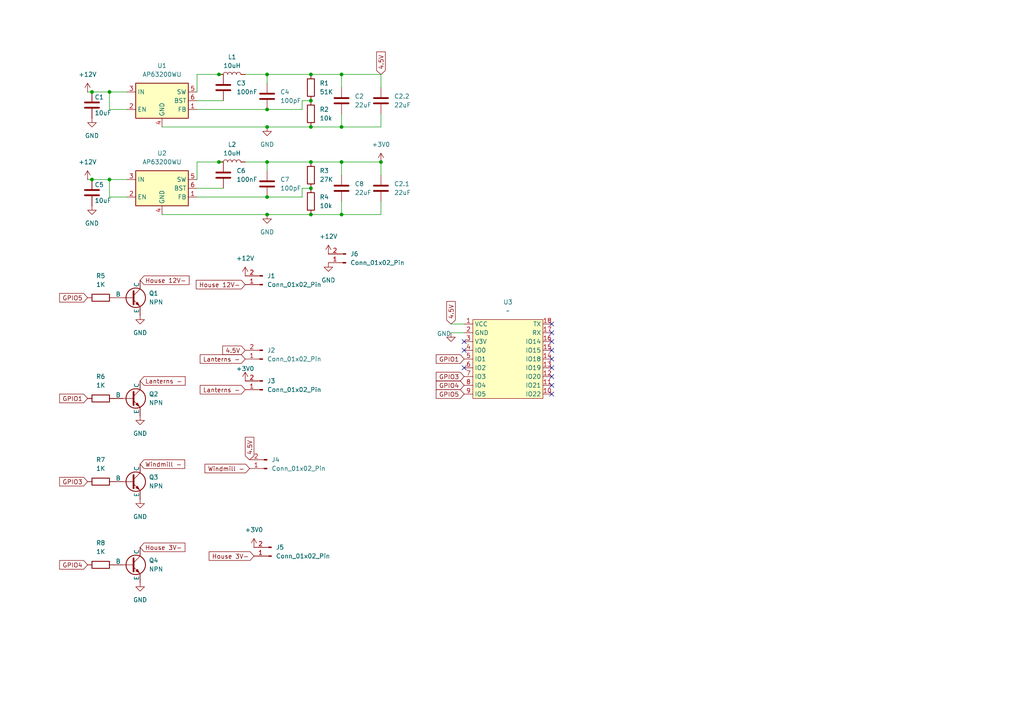
<source format=kicad_sch>
(kicad_sch (version 20250114) (generator "eeschema") (generator_version "9.0")
  (paper "A4")
  (lib_symbols
    (symbol "Connector:Conn_01x02_Pin" (pin_names (offset 1.016) (hide yes))
      (property "Reference" "J" (at 0 2.54 0))
      (property "Value" "Conn_01x02_Pin" (at 0 -5.08 0))
      (symbol "Conn_01x02_Pin_1_1"
        (rectangle (start 0.8636 0.127) (end 0 -0.127) (stroke (width 0.1524)) (fill (type outline)))
        (rectangle (start 0.8636 -2.413) (end 0 -2.667) (stroke (width 0.1524)) (fill (type outline)))
        (polyline (pts (xy 1.27 0) (xy 0.8636 0)) (stroke (width 0.1524)))
        (polyline (pts (xy 1.27 -2.54) (xy 0.8636 -2.54)) (stroke (width 0.1524)))
        (pin passive line (at 5.08 0 180) (length 3.81) (name "Pin_1") (number "1"))
        (pin passive line (at 5.08 -2.54 180) (length 3.81) (name "Pin_2") (number "2"))
      )
    )
    (symbol "Device:C" (pin_numbers (hide yes)) (pin_names (offset 0.254))
      (property "Reference" "C" (at 0.635 2.54 0))
      (property "Value" "C" (at 0.635 -2.54 0))
      (symbol "C_0_1"
        (polyline (pts (xy -2.032 0.762) (xy 2.032 0.762)) (stroke (width 0.508)))
        (polyline (pts (xy -2.032 -0.762) (xy 2.032 -0.762)) (stroke (width 0.508)))
      )
      (symbol "C_1_1"
        (pin passive line (at 0 3.81 270) (length 2.794) (name "~") (number "1"))
        (pin passive line (at 0 -3.81 90) (length 2.794) (name "~") (number "2"))
      )
    )
    (symbol "Device:L" (pin_numbers (hide yes)) (pin_names (offset 1.016) (hide yes))
      (property "Reference" "L" (at -1.27 0 90))
      (property "Value" "L" (at 1.905 0 90))
      (symbol "L_0_1"
        (arc (start 0 2.54) (mid 0.6323 1.905) (end 0 1.27))
        (arc (start 0 1.27) (mid 0.6323 0.635) (end 0 0))
        (arc (start 0 0) (mid 0.6323 -0.635) (end 0 -1.27))
        (arc (start 0 -1.27) (mid 0.6323 -1.905) (end 0 -2.54))
      )
      (symbol "L_1_1"
        (pin passive line (at 0 3.81 270) (length 1.27) (name "1") (number "1"))
        (pin passive line (at 0 -3.81 90) (length 1.27) (name "2") (number "2"))
      )
    )
    (symbol "Device:R" (pin_numbers (hide yes)) (pin_names (offset 0))
      (property "Reference" "R" (at 2.032 0 90))
      (property "Value" "R" (at 0 0 90))
      (symbol "R_0_1"
        (rectangle (start -1.016 -2.54) (end 1.016 2.54) (stroke (width 0.254)))
      )
      (symbol "R_1_1"
        (pin passive line (at 0 3.81 270) (length 1.27) (name "~") (number "1"))
        (pin passive line (at 0 -3.81 90) (length 1.27) (name "~") (number "2"))
      )
    )
    (symbol "Regulator_Switching:AP63200WU"
      (property "Reference" "U" (at -7.62 6.35 0))
      (property "Value" "AP63200WU" (at 2.54 6.35 0))
      (symbol "AP63200WU_0_1"
        (rectangle (start -7.62 5.08) (end 7.62 -5.08) (stroke (width 0.254)) (fill (type background)))
      )
      (symbol "AP63200WU_1_1"
        (pin power_in line (at -10.16 2.54 0) (length 2.54) (name "IN") (number "3"))
        (pin input line (at -10.16 -2.54 0) (length 2.54) (name "EN") (number "2"))
        (pin power_in line (at 0 -7.62 90) (length 2.54) (name "GND") (number "4"))
        (pin output line (at 10.16 2.54 180) (length 2.54) (name "SW") (number "5"))
        (pin passive line (at 10.16 0 180) (length 2.54) (name "BST") (number "6"))
        (pin input line (at 10.16 -2.54 180) (length 2.54) (name "FB") (number "1"))
      )
    )
    (symbol "Simulation_SPICE:NPN" (pin_numbers (hide yes)) (pin_names (offset 0))
      (property "Reference" "Q" (at -2.54 7.62 0))
      (property "Value" "NPN" (at -2.54 5.08 0))
      (symbol "NPN_0_1"
        (polyline (pts (xy -2.54 0) (xy 0.635 0)) (stroke (width 0.1524)))
        (polyline (pts (xy 0.635 1.905) (xy 0.635 -1.905) (xy 0.635 -1.905)) (stroke (width 0.508)))
        (polyline (pts (xy 0.635 0.635) (xy 2.54 2.54)))
        (polyline (pts (xy 0.635 -0.635) (xy 2.54 -2.54) (xy 2.54 -2.54)))
        (circle (center 1.27 0) (radius 2.8194) (stroke (width 0.254)))
        (polyline (pts (xy 1.27 -1.778) (xy 1.778 -1.27) (xy 2.286 -2.286) (xy 1.27 -1.778) (xy 1.27 -1.778)) (fill (type outline)))
        (polyline (pts (xy 2.794 -1.27) (xy 2.794 -1.27)) (stroke (width 0.1524)))
        (polyline (pts (xy 2.794 -1.27) (xy 2.794 -1.27)) (stroke (width 0.1524)))
      )
      (symbol "NPN_1_1"
        (pin input line (at -5.08 0 0) (length 2.54) (name "B") (number "2"))
        (pin open_collector line (at 2.54 5.08 270) (length 2.54) (name "C") (number "1"))
        (pin open_emitter line (at 2.54 -5.08 90) (length 2.54) (name "E") (number "3"))
      )
    )
    (symbol "esp32 c6:Waveshare-ESP32-C6-Zero"
      (property "Reference" "U" (at -9.652 12.446 0))
      (symbol "Waveshare-ESP32-C6-Zero_1_1"
        (rectangle (start -10.16 11.43) (end 10.16 -11.43) (fill (type background)))
        (pin power_in line (at -12.7 10.16 0) (length 2.54) (name "VCC") (number "1"))
        (pin power_in line (at -12.7 7.62 0) (length 2.54) (name "GND") (number "2"))
        (pin power_out line (at -12.7 5.08 0) (length 2.54) (name "V3V") (number "3"))
        (pin bidirectional line (at -12.7 2.54 0) (length 2.54) (name "IO0") (number "4"))
        (pin bidirectional line (at -12.7 0 0) (length 2.54) (name "IO1") (number "5"))
        (pin bidirectional line (at -12.7 -2.54 0) (length 2.54) (name "IO2") (number "6"))
        (pin bidirectional line (at -12.7 -5.08 0) (length 2.54) (name "IO3") (number "7"))
        (pin bidirectional line (at -12.7 -7.62 0) (length 2.54) (name "IO4") (number "8"))
        (pin bidirectional line (at -12.7 -10.16 0) (length 2.54) (name "IO5") (number "9"))
        (pin bidirectional line (at 12.7 10.16 180) (length 2.54) (name "TX") (number "18"))
        (pin bidirectional line (at 12.7 7.62 180) (length 2.54) (name "RX") (number "17"))
        (pin bidirectional line (at 12.7 5.08 180) (length 2.54) (name "IO14") (number "16"))
        (pin bidirectional line (at 12.7 2.54 180) (length 2.54) (name "IO15") (number "15"))
        (pin bidirectional line (at 12.7 0 180) (length 2.54) (name "IO18") (number "14"))
        (pin bidirectional line (at 12.7 -2.54 180) (length 2.54) (name "IO19") (number "13"))
        (pin bidirectional line (at 12.7 -5.08 180) (length 2.54) (name "IO20") (number "12"))
        (pin bidirectional line (at 12.7 -7.62 180) (length 2.54) (name "IO21") (number "11"))
        (pin bidirectional line (at 12.7 -10.16 180) (length 2.54) (name "IO22") (number "10"))
      )
    )
    (symbol "power:+12V" (power) (pin_numbers (hide yes)) (pin_names (offset 0) (hide yes))
      (property "Value" "+12V" (at 0 3.556 0))
      (symbol "+12V_0_1"
        (polyline (pts (xy -0.762 1.27) (xy 0 2.54)))
        (polyline (pts (xy 0 2.54) (xy 0.762 1.27)))
        (polyline (pts (xy 0 0) (xy 0 2.54)))
      )
      (symbol "+12V_1_1"
        (pin power_in line (at 0 0 90) (length 0) (name "~") (number "1"))
      )
    )
    (symbol "power:+3V0" (power) (pin_numbers (hide yes)) (pin_names (offset 0) (hide yes))
      (property "Value" "+3V0" (at 0 3.556 0))
      (symbol "+3V0_0_1"
        (polyline (pts (xy -0.762 1.27) (xy 0 2.54)))
        (polyline (pts (xy 0 2.54) (xy 0.762 1.27)))
        (polyline (pts (xy 0 0) (xy 0 2.54)))
      )
      (symbol "+3V0_1_1"
        (pin power_in line (at 0 0 90) (length 0) (name "~") (number "1"))
      )
    )
    (symbol "power:GND" (power) (pin_numbers (hide yes)) (pin_names (offset 0) (hide yes))
      (property "Value" "GND" (at 0 -3.81 0))
      (symbol "GND_0_1"
        (polyline (pts (xy 0 0) (xy 0 -1.27) (xy 1.27 -1.27) (xy 0 -2.54) (xy -1.27 -1.27) (xy 0 -1.27)))
      )
      (symbol "GND_1_1"
        (pin power_in line (at 0 0 270) (length 0) (name "~") (number "1"))
      )
    )
  )
  (junction (at 77.47 57.15))
  (junction (at 90.17 62.23))
  (junction (at 110.49 46.99))
  (junction (at 90.17 54.61))
  (junction (at 77.47 21.59))
  (junction (at 26.67 26.67))
  (junction (at 77.47 31.75))
  (junction (at 26.67 52.07))
  (junction (at 77.47 46.99))
  (junction (at 77.47 62.23))
  (junction (at 63.5 46.99))
  (junction (at 99.06 46.99))
  (junction (at 90.17 46.99))
  (junction (at 63.5 21.59))
  (junction (at 77.47 36.83))
  (junction (at 90.17 21.59))
  (junction (at 31.75 52.07))
  (junction (at 31.75 26.67))
  (junction (at 90.17 29.21))
  (junction (at 90.17 36.83))
  (junction (at 99.06 62.23))
  (junction (at 99.06 21.59))
  (junction (at 99.06 36.83))
  (no_connect (at 160.02 104.14))
  (no_connect (at 160.02 101.6))
  (no_connect (at 160.02 106.68))
  (no_connect (at 134.62 106.68))
  (no_connect (at 160.02 111.76))
  (no_connect (at 134.62 99.06))
  (no_connect (at 160.02 109.22))
  (no_connect (at 134.62 101.6))
  (no_connect (at 160.02 99.06))
  (no_connect (at 160.02 114.3))
  (no_connect (at 160.02 93.98))
  (no_connect (at 160.02 96.52))
  (wire (pts (xy 77.47 46.99) (xy 77.47 49.53)))
  (wire (pts (xy 57.15 29.21) (xy 64.77 29.21)))
  (wire (pts (xy 90.17 36.83) (xy 99.06 36.83)))
  (wire (pts (xy 57.15 21.59) (xy 63.5 21.59)))
  (wire (pts (xy 110.49 36.83) (xy 99.06 36.83)))
  (wire (pts (xy 99.06 50.8) (xy 99.06 46.99)))
  (wire (pts (xy 99.06 25.4) (xy 99.06 21.59)))
  (wire (pts (xy 71.12 46.99) (xy 77.47 46.99)))
  (wire (pts (xy 90.17 21.59) (xy 99.06 21.59)))
  (wire (pts (xy 130.81 93.98) (xy 134.62 93.98)))
  (wire (pts (xy 25.4 52.07) (xy 26.67 52.07)))
  (wire (pts (xy 90.17 62.23) (xy 99.06 62.23)))
  (wire (pts (xy 77.47 21.59) (xy 77.47 24.13)))
  (wire (pts (xy 31.75 57.15) (xy 31.75 52.07)))
  (wire (pts (xy 90.17 46.99) (xy 99.06 46.99)))
  (wire (pts (xy 31.75 52.07) (xy 36.83 52.07)))
  (wire (pts (xy 87.63 54.61) (xy 87.63 57.15)))
  (wire (pts (xy 110.49 21.59) (xy 99.06 21.59)))
  (wire (pts (xy 26.67 52.07) (xy 31.75 52.07)))
  (wire (pts (xy 99.06 36.83) (xy 99.06 33.02)))
  (wire (pts (xy 110.49 62.23) (xy 99.06 62.23)))
  (wire (pts (xy 31.75 31.75) (xy 31.75 26.67)))
  (wire (pts (xy 110.49 58.42) (xy 110.49 62.23)))
  (wire (pts (xy 57.15 31.75) (xy 77.47 31.75)))
  (wire (pts (xy 36.83 31.75) (xy 31.75 31.75)))
  (wire (pts (xy 77.47 21.59) (xy 90.17 21.59)))
  (wire (pts (xy 36.83 57.15) (xy 31.75 57.15)))
  (wire (pts (xy 77.47 46.99) (xy 90.17 46.99)))
  (wire (pts (xy 57.15 26.67) (xy 57.15 21.59)))
  (wire (pts (xy 57.15 52.07) (xy 57.15 46.99)))
  (wire (pts (xy 26.67 26.67) (xy 31.75 26.67)))
  (wire (pts (xy 31.75 26.67) (xy 36.83 26.67)))
  (wire (pts (xy 25.4 26.67) (xy 26.67 26.67)))
  (wire (pts (xy 110.49 50.8) (xy 110.49 46.99)))
  (wire (pts (xy 110.49 46.99) (xy 99.06 46.99)))
  (wire (pts (xy 87.63 29.21) (xy 87.63 31.75)))
  (wire (pts (xy 130.81 96.52) (xy 134.62 96.52)))
  (wire (pts (xy 77.47 62.23) (xy 90.17 62.23)))
  (wire (pts (xy 64.77 21.59) (xy 63.5 21.59)))
  (wire (pts (xy 77.47 31.75) (xy 87.63 31.75)))
  (wire (pts (xy 77.47 57.15) (xy 87.63 57.15)))
  (wire (pts (xy 64.77 46.99) (xy 63.5 46.99)))
  (wire (pts (xy 77.47 36.83) (xy 90.17 36.83)))
  (wire (pts (xy 71.12 21.59) (xy 77.47 21.59)))
  (wire (pts (xy 57.15 46.99) (xy 63.5 46.99)))
  (wire (pts (xy 46.99 36.83) (xy 77.47 36.83)))
  (wire (pts (xy 110.49 33.02) (xy 110.49 36.83)))
  (wire (pts (xy 46.99 62.23) (xy 77.47 62.23)))
  (wire (pts (xy 57.15 54.61) (xy 64.77 54.61)))
  (wire (pts (xy 99.06 62.23) (xy 99.06 58.42)))
  (wire (pts (xy 110.49 25.4) (xy 110.49 21.59)))
  (wire (pts (xy 90.17 54.61) (xy 87.63 54.61)))
  (wire (pts (xy 90.17 29.21) (xy 87.63 29.21)))
  (wire (pts (xy 57.15 57.15) (xy 77.47 57.15)))
  (global_label "GPIO3" (shape input) (at 134.62 109.22 180) (property "Intersheetrefs" "${INTERSHEET_REFS}" (effects (hide yes))))
  (global_label "GPIO4" (shape input) (at 134.62 111.76 180) (property "Intersheetrefs" "${INTERSHEET_REFS}" (effects (hide yes))))
  (global_label "Lanterns -" (shape input) (at 71.12 113.03 180) (property "Intersheetrefs" "${INTERSHEET_REFS}" (effects (hide yes))))
  (global_label "Lanterns -" (shape input) (at 71.12 104.14 180) (property "Intersheetrefs" "${INTERSHEET_REFS}" (effects (hide yes))))
  (global_label "GPIO1" (shape input) (at 25.4 115.57 180) (property "Intersheetrefs" "${INTERSHEET_REFS}" (effects (hide yes))))
  (global_label "GPIO4" (shape input) (at 25.4 163.83 180) (property "Intersheetrefs" "${INTERSHEET_REFS}" (effects (hide yes))))
  (global_label "Windmill -" (shape input) (at 40.64 134.62 0) (property "Intersheetrefs" "${INTERSHEET_REFS}" (effects (hide yes))))
  (global_label "House 12V-" (shape input) (at 40.64 81.28 0) (property "Intersheetrefs" "${INTERSHEET_REFS}" (effects (hide yes))))
  (global_label "GPIO5" (shape input) (at 134.62 114.3 180) (property "Intersheetrefs" "${INTERSHEET_REFS}" (effects (hide yes))))
  (global_label "Lanterns -" (shape input) (at 40.64 110.49 0) (property "Intersheetrefs" "${INTERSHEET_REFS}" (effects (hide yes))))
  (global_label "GPIO1" (shape input) (at 134.62 104.14 180) (property "Intersheetrefs" "${INTERSHEET_REFS}" (effects (hide yes))))
  (global_label "Windmill -" (shape input) (at 72.39 135.89 180) (property "Intersheetrefs" "${INTERSHEET_REFS}" (effects (hide yes))))
  (global_label "4.5V" (shape input) (at 110.49 21.59 90) (property "Intersheetrefs" "${INTERSHEET_REFS}" (effects (hide yes))))
  (global_label "4.5V" (shape input) (at 71.12 101.6 180) (property "Intersheetrefs" "${INTERSHEET_REFS}" (effects (hide yes))))
  (global_label "House 3V-" (shape input) (at 73.66 161.29 180) (property "Intersheetrefs" "${INTERSHEET_REFS}" (effects (hide yes))))
  (global_label "4.5V" (shape input) (at 130.81 93.98 90) (property "Intersheetrefs" "${INTERSHEET_REFS}" (effects (hide yes))))
  (global_label "GPIO5" (shape input) (at 25.4 86.36 180) (property "Intersheetrefs" "${INTERSHEET_REFS}" (effects (hide yes))))
  (global_label "GPIO3" (shape input) (at 25.4 139.7 180) (property "Intersheetrefs" "${INTERSHEET_REFS}" (effects (hide yes))))
  (global_label "House 12V-" (shape input) (at 71.12 82.55 180) (property "Intersheetrefs" "${INTERSHEET_REFS}" (effects (hide yes))))
  (global_label "House 3V-" (shape input) (at 40.64 158.75 0) (property "Intersheetrefs" "${INTERSHEET_REFS}" (effects (hide yes))))
  (global_label "4.5V" (shape input) (at 72.39 133.35 90) (property "Intersheetrefs" "${INTERSHEET_REFS}" (effects (hide yes))))
  (symbol (lib_id "Device:R") (at 90.17 50.8 0) (unit 1)
    (property "Reference" "R3" (at 92.71 49.5299 0) (effects (justify left)))
    (property "Value" "27K" (at 92.71 52.0699 0) (effects (justify left)))
    (property "Footprint" "Resistor_SMD:R_0603_1608Metric" (effects (hide yes)))
    (property "Description" "Resistor" (effects (hide yes)))
  )
  (symbol (lib_id "Device:C") (at 110.49 29.21 0) (unit 1)
    (property "Reference" "C2.2" (at 114.3 27.9399 0) (effects (justify left)))
    (property "Value" "22uF" (at 114.3 30.4799 0) (effects (justify left)))
    (property "Footprint" "Capacitor_SMD:C_0603_1608Metric" (effects (hide yes)))
    (property "Description" "Unpolarized capacitor" (effects (hide yes)))
  )
  (symbol (lib_id "power:+3V0") (at 71.12 110.49 0) (unit 1)
    (property "Reference" "#PWR016" (effects (hide yes)))
    (property "Value" "+3V0" (at 71.12 106.934 0))
    (property "Description" "Power symbol creates a global label with name \"+3V0\"" (effects (hide yes)))
  )
  (symbol (lib_id "power:GND") (at 130.81 96.52 0) (unit 1)
    (property "Reference" "#PWR013" (effects (hide yes)))
    (property "Value" "GND" (at 128.778 96.774 0))
    (property "Description" "Power symbol creates a global label with name \"GND\" , ground" (effects (hide yes)))
  )
  (symbol (lib_id "Simulation_SPICE:NPN") (at 38.1 86.36 0) (unit 1)
    (property "Reference" "Q1" (at 43.18 85.0899 0) (effects (justify left)))
    (property "Value" "NPN" (at 43.18 87.6299 0) (effects (justify left)))
    (property "Footprint" "2n2222:TO92254P470H750-3" (effects (hide yes)))
    (property "Datasheet" "https://ngspice.sourceforge.io/docs/ngspice-html-manual/manual.xhtml#cha_BJTs" (effects (hide yes)))
    (property "Description" "Bipolar transistor symbol for simulation only, substrate tied to the emitter" (effects (hide yes)))
    (property "Sim.Device" "NPN" (effects (hide yes)))
    (property "Sim.Type" "GUMMELPOON" (effects (hide yes)))
    (property "Sim.Pins" "1=C 2=B 3=E" (effects (hide yes)))
  )
  (symbol (lib_id "Connector:Conn_01x02_Pin") (at 100.33 76.2 180) (unit 1)
    (property "Reference" "J6" (at 101.6 73.6599 0) (effects (justify right)))
    (property "Value" "Conn_01x02_Pin" (at 101.6 76.1999 0) (effects (justify right)))
    (property "Footprint" "Connector_Wire:SolderWire-0.1sqmm_1x02_P3.6mm_D0.4mm_OD1mm" (effects (hide yes)))
    (property "Description" "Generic connector, single row, 01x02, script generated" (effects (hide yes)))
  )
  (symbol (lib_id "power:GND") (at 40.64 168.91 0) (unit 1)
    (property "Reference" "#PWR011" (effects (hide yes)))
    (property "Value" "GND" (at 40.64 173.99 0))
    (property "Description" "Power symbol creates a global label with name \"GND\" , ground" (effects (hide yes)))
  )
  (symbol (lib_id "Device:C") (at 64.77 50.8 0) (unit 1)
    (property "Reference" "C6" (at 68.58 49.5299 0) (effects (justify left)))
    (property "Value" "100nF" (at 68.58 52.0699 0) (effects (justify left)))
    (property "Footprint" "Capacitor_SMD:C_0603_1608Metric" (effects (hide yes)))
    (property "Description" "Unpolarized capacitor" (effects (hide yes)))
  )
  (symbol (lib_id "Connector:Conn_01x02_Pin") (at 76.2 113.03 180) (unit 1)
    (property "Reference" "J3" (at 77.47 110.4899 0) (effects (justify right)))
    (property "Value" "Conn_01x02_Pin" (at 77.47 113.0299 0) (effects (justify right)))
    (property "Footprint" "Connector_Wire:SolderWire-0.1sqmm_1x02_P3.6mm_D0.4mm_OD1mm" (effects (hide yes)))
    (property "Description" "Generic connector, single row, 01x02, script generated" (effects (hide yes)))
  )
  (symbol (lib_id "Simulation_SPICE:NPN") (at 38.1 139.7 0) (unit 1)
    (property "Reference" "Q3" (at 43.18 138.4299 0) (effects (justify left)))
    (property "Value" "NPN" (at 43.18 140.9699 0) (effects (justify left)))
    (property "Footprint" "2n2222:TO92254P470H750-3" (effects (hide yes)))
    (property "Datasheet" "https://ngspice.sourceforge.io/docs/ngspice-html-manual/manual.xhtml#cha_BJTs" (effects (hide yes)))
    (property "Description" "Bipolar transistor symbol for simulation only, substrate tied to the emitter" (effects (hide yes)))
    (property "Sim.Device" "NPN" (effects (hide yes)))
    (property "Sim.Type" "GUMMELPOON" (effects (hide yes)))
    (property "Sim.Pins" "1=C 2=B 3=E" (effects (hide yes)))
  )
  (symbol (lib_id "Regulator_Switching:AP63200WU") (at 46.99 29.21 0) (unit 1)
    (property "Reference" "U1" (at 46.99 19.05 0))
    (property "Value" "AP63200WU" (at 46.99 21.59 0))
    (property "Footprint" "Package_TO_SOT_SMD:TSOT-23-6_HandSoldering" (effects (hide yes)))
    (property "Datasheet" "https://www.diodes.com/assets/Datasheets/AP63200-AP63201-AP63203-AP63205.pdf" (effects (hide yes)))
    (property "Description" "2A, 500kHz Buck DC/DC Converter, adjustable output voltage, TSOT-23-6" (effects (hide yes)))
  )
  (symbol (lib_id "Device:C") (at 77.47 27.94 0) (unit 1)
    (property "Reference" "C4" (at 81.28 26.6699 0) (effects (justify left)))
    (property "Value" "100pF" (at 81.28 29.2099 0) (effects (justify left)))
    (property "Footprint" "Capacitor_SMD:C_0603_1608Metric" (effects (hide yes)))
    (property "Description" "Unpolarized capacitor" (effects (hide yes)))
  )
  (symbol (lib_id "Device:R") (at 90.17 33.02 0) (unit 1)
    (property "Reference" "R2" (at 92.71 31.7499 0) (effects (justify left)))
    (property "Value" "10k" (at 92.71 34.2899 0) (effects (justify left)))
    (property "Footprint" "Resistor_SMD:R_0603_1608Metric" (effects (hide yes)))
    (property "Description" "Resistor" (effects (hide yes)))
  )
  (symbol (lib_id "Regulator_Switching:AP63200WU") (at 46.99 54.61 0) (unit 1)
    (property "Reference" "U2" (at 46.99 44.45 0))
    (property "Value" "AP63200WU" (at 46.99 46.99 0))
    (property "Footprint" "Package_TO_SOT_SMD:TSOT-23-6_HandSoldering" (effects (hide yes)))
    (property "Datasheet" "https://www.diodes.com/assets/Datasheets/AP63200-AP63201-AP63203-AP63205.pdf" (effects (hide yes)))
    (property "Description" "2A, 500kHz Buck DC/DC Converter, adjustable output voltage, TSOT-23-6" (effects (hide yes)))
  )
  (symbol (lib_id "Device:C") (at 110.49 54.61 0) (unit 1)
    (property "Reference" "C2.1" (at 114.3 53.3399 0) (effects (justify left)))
    (property "Value" "22uF" (at 114.3 55.8799 0) (effects (justify left)))
    (property "Footprint" "Capacitor_SMD:C_0603_1608Metric" (effects (hide yes)))
    (property "Description" "Unpolarized capacitor" (effects (hide yes)))
  )
  (symbol (lib_id "esp32 c6:Waveshare-ESP32-C6-Zero") (at 147.32 104.14 0) (unit 1)
    (property "Reference" "U3" (at 147.32 87.63 0))
    (property "Value" "~" (at 147.32 90.17 0))
    (property "Footprint" "esp32 c6:Waveshare-ESP32-C6-Zero" (effects (hide yes)))
    (property "Datasheet" "https://www.waveshare.com/wiki/ESP32-C6-Zero" (effects (hide yes)))
  )
  (symbol (lib_id "Device:C") (at 26.67 55.88 0) (unit 1)
    (property "Reference" "C5" (at 27.432 53.594 0) (effects (justify left)))
    (property "Value" "10uF" (at 27.432 58.166 0) (effects (justify left)))
    (property "Footprint" "Capacitor_SMD:C_0603_1608Metric" (effects (hide yes)))
    (property "Description" "Unpolarized capacitor" (effects (hide yes)))
  )
  (symbol (lib_id "Device:C") (at 99.06 29.21 0) (unit 1)
    (property "Reference" "C2" (at 102.87 27.9399 0) (effects (justify left)))
    (property "Value" "22uF" (at 102.87 30.4799 0) (effects (justify left)))
    (property "Footprint" "Capacitor_SMD:C_0603_1608Metric" (effects (hide yes)))
    (property "Description" "Unpolarized capacitor" (effects (hide yes)))
  )
  (symbol (lib_id "Connector:Conn_01x02_Pin") (at 76.2 82.55 180) (unit 1)
    (property "Reference" "J1" (at 77.47 80.0099 0) (effects (justify right)))
    (property "Value" "Conn_01x02_Pin" (at 77.47 82.5499 0) (effects (justify right)))
    (property "Footprint" "Connector_Wire:SolderWire-0.1sqmm_1x02_P3.6mm_D0.4mm_OD1mm" (effects (hide yes)))
    (property "Description" "Generic connector, single row, 01x02, script generated" (effects (hide yes)))
  )
  (symbol (lib_id "Device:R") (at 90.17 58.42 0) (unit 1)
    (property "Reference" "R4" (at 92.71 57.1499 0) (effects (justify left)))
    (property "Value" "10k" (at 92.71 59.6899 0) (effects (justify left)))
    (property "Footprint" "Resistor_SMD:R_0603_1608Metric" (effects (hide yes)))
    (property "Description" "Resistor" (effects (hide yes)))
  )
  (symbol (lib_id "Device:R") (at 29.21 115.57 90) (unit 1)
    (property "Reference" "R6" (at 29.21 109.22 90))
    (property "Value" "1K" (at 29.21 111.76 90))
    (property "Footprint" "Resistor_SMD:R_0603_1608Metric" (effects (hide yes)))
    (property "Description" "Resistor" (effects (hide yes)))
  )
  (symbol (lib_id "Device:R") (at 29.21 163.83 90) (unit 1)
    (property "Reference" "R8" (at 29.21 157.48 90))
    (property "Value" "1K" (at 29.21 160.02 90))
    (property "Footprint" "Resistor_SMD:R_0603_1608Metric" (effects (hide yes)))
    (property "Description" "Resistor" (effects (hide yes)))
  )
  (symbol (lib_id "power:GND") (at 40.64 120.65 0) (unit 1)
    (property "Reference" "#PWR08" (effects (hide yes)))
    (property "Value" "GND" (at 40.64 125.73 0))
    (property "Description" "Power symbol creates a global label with name \"GND\" , ground" (effects (hide yes)))
  )
  (symbol (lib_id "power:GND") (at 40.64 144.78 0) (unit 1)
    (property "Reference" "#PWR010" (effects (hide yes)))
    (property "Value" "GND" (at 40.64 149.86 0))
    (property "Description" "Power symbol creates a global label with name \"GND\" , ground" (effects (hide yes)))
  )
  (symbol (lib_id "Device:R") (at 29.21 86.36 90) (unit 1)
    (property "Reference" "R5" (at 29.21 80.01 90))
    (property "Value" "1K" (at 29.21 82.55 90))
    (property "Footprint" "Resistor_SMD:R_0603_1608Metric" (effects (hide yes)))
    (property "Description" "Resistor" (effects (hide yes)))
  )
  (symbol (lib_id "Device:C") (at 64.77 25.4 0) (unit 1)
    (property "Reference" "C3" (at 68.58 24.1299 0) (effects (justify left)))
    (property "Value" "100nF" (at 68.58 26.6699 0) (effects (justify left)))
    (property "Footprint" "Capacitor_SMD:C_0603_1608Metric" (effects (hide yes)))
    (property "Description" "Unpolarized capacitor" (effects (hide yes)))
  )
  (symbol (lib_id "power:GND") (at 40.64 91.44 0) (unit 1)
    (property "Reference" "#PWR02" (effects (hide yes)))
    (property "Value" "GND" (at 40.64 96.52 0))
    (property "Description" "Power symbol creates a global label with name \"GND\" , ground" (effects (hide yes)))
  )
  (symbol (lib_id "Device:C") (at 26.67 30.48 0) (unit 1)
    (property "Reference" "C1" (at 27.432 28.194 0) (effects (justify left)))
    (property "Value" "10uF" (at 27.432 32.766 0) (effects (justify left)))
    (property "Footprint" "Capacitor_SMD:C_0603_1608Metric" (effects (hide yes)))
    (property "Description" "Unpolarized capacitor" (effects (hide yes)))
  )
  (symbol (lib_id "Device:C") (at 77.47 53.34 0) (unit 1)
    (property "Reference" "C7" (at 81.28 52.0699 0) (effects (justify left)))
    (property "Value" "100pF" (at 81.28 54.6099 0) (effects (justify left)))
    (property "Footprint" "Capacitor_SMD:C_0603_1608Metric" (effects (hide yes)))
    (property "Description" "Unpolarized capacitor" (effects (hide yes)))
  )
  (symbol (lib_id "Simulation_SPICE:NPN") (at 38.1 163.83 0) (unit 1)
    (property "Reference" "Q4" (at 43.18 162.5599 0) (effects (justify left)))
    (property "Value" "NPN" (at 43.18 165.0999 0) (effects (justify left)))
    (property "Footprint" "2n2222:TO92254P470H750-3" (effects (hide yes)))
    (property "Datasheet" "https://ngspice.sourceforge.io/docs/ngspice-html-manual/manual.xhtml#cha_BJTs" (effects (hide yes)))
    (property "Description" "Bipolar transistor symbol for simulation only, substrate tied to the emitter" (effects (hide yes)))
    (property "Sim.Device" "NPN" (effects (hide yes)))
    (property "Sim.Type" "GUMMELPOON" (effects (hide yes)))
    (property "Sim.Pins" "1=C 2=B 3=E" (effects (hide yes)))
  )
  (symbol (lib_id "Connector:Conn_01x02_Pin") (at 77.47 135.89 180) (unit 1)
    (property "Reference" "J4" (at 78.74 133.3499 0) (effects (justify right)))
    (property "Value" "Conn_01x02_Pin" (at 78.74 135.8899 0) (effects (justify right)))
    (property "Footprint" "Connector_Wire:SolderWire-0.1sqmm_1x02_P3.6mm_D0.4mm_OD1mm" (effects (hide yes)))
    (property "Description" "Generic connector, single row, 01x02, script generated" (effects (hide yes)))
  )
  (symbol (lib_id "power:+12V") (at 95.25 73.66 0) (unit 1)
    (property "Reference" "#PWR09" (effects (hide yes)))
    (property "Value" "+12V" (at 95.25 68.58 0))
    (property "Description" "Power symbol creates a global label with name \"+12V\"" (effects (hide yes)))
  )
  (symbol (lib_id "power:+12V") (at 71.12 80.01 0) (unit 1)
    (property "Reference" "#PWR07" (effects (hide yes)))
    (property "Value" "+12V" (at 71.12 74.93 0))
    (property "Description" "Power symbol creates a global label with name \"+12V\"" (effects (hide yes)))
  )
  (symbol (lib_id "power:+12V") (at 25.4 52.07 0) (unit 1)
    (property "Reference" "#PWR03" (effects (hide yes)))
    (property "Value" "+12V" (at 25.4 46.99 0))
    (property "Description" "Power symbol creates a global label with name \"+12V\"" (effects (hide yes)))
  )
  (symbol (lib_id "power:+12V") (at 25.4 26.67 0) (unit 1)
    (property "Reference" "#PWR01" (effects (hide yes)))
    (property "Value" "+12V" (at 25.4 21.59 0))
    (property "Description" "Power symbol creates a global label with name \"+12V\"" (effects (hide yes)))
  )
  (symbol (lib_id "power:+3V0") (at 110.49 46.99 0) (unit 1)
    (property "Reference" "#PWR06" (effects (hide yes)))
    (property "Value" "+3V0" (at 110.49 41.91 0))
    (property "Description" "Power symbol creates a global label with name \"+3V0\"" (effects (hide yes)))
  )
  (symbol (lib_id "power:GND") (at 77.47 62.23 0) (unit 1)
    (property "Reference" "#PWR05" (effects (hide yes)))
    (property "Value" "GND" (at 77.47 67.31 0))
    (property "Description" "Power symbol creates a global label with name \"GND\" , ground" (effects (hide yes)))
  )
  (symbol (lib_id "power:GND") (at 95.25 76.2 0) (unit 1)
    (property "Reference" "#PWR017" (effects (hide yes)))
    (property "Value" "GND" (at 95.25 81.28 0))
    (property "Description" "Power symbol creates a global label with name \"GND\" , ground" (effects (hide yes)))
  )
  (symbol (lib_id "Simulation_SPICE:NPN") (at 38.1 115.57 0) (unit 1)
    (property "Reference" "Q2" (at 43.18 114.2999 0) (effects (justify left)))
    (property "Value" "NPN" (at 43.18 116.8399 0) (effects (justify left)))
    (property "Footprint" "2n2222:TO92254P470H750-3" (effects (hide yes)))
    (property "Datasheet" "https://ngspice.sourceforge.io/docs/ngspice-html-manual/manual.xhtml#cha_BJTs" (effects (hide yes)))
    (property "Description" "Bipolar transistor symbol for simulation only, substrate tied to the emitter" (effects (hide yes)))
    (property "Sim.Device" "NPN" (effects (hide yes)))
    (property "Sim.Type" "GUMMELPOON" (effects (hide yes)))
    (property "Sim.Pins" "1=C 2=B 3=E" (effects (hide yes)))
  )
  (symbol (lib_id "power:GND") (at 77.47 36.83 0) (unit 1)
    (property "Reference" "#PWR014" (effects (hide yes)))
    (property "Value" "GND" (at 77.47 41.91 0))
    (property "Description" "Power symbol creates a global label with name \"GND\" , ground" (effects (hide yes)))
  )
  (symbol (lib_id "Device:C") (at 99.06 54.61 0) (unit 1)
    (property "Reference" "C8" (at 102.87 53.3399 0) (effects (justify left)))
    (property "Value" "22uF" (at 102.87 55.8799 0) (effects (justify left)))
    (property "Footprint" "Capacitor_SMD:C_0603_1608Metric" (effects (hide yes)))
    (property "Description" "Unpolarized capacitor" (effects (hide yes)))
  )
  (symbol (lib_id "power:GND") (at 26.67 34.29 0) (unit 1)
    (property "Reference" "#PWR015" (effects (hide yes)))
    (property "Value" "GND" (at 26.67 39.37 0))
    (property "Description" "Power symbol creates a global label with name \"GND\" , ground" (effects (hide yes)))
  )
  (symbol (lib_id "Device:R") (at 90.17 25.4 0) (unit 1)
    (property "Reference" "R1" (at 92.71 24.1299 0) (effects (justify left)))
    (property "Value" "51K" (at 92.71 26.6699 0) (effects (justify left)))
    (property "Footprint" "Resistor_SMD:R_0603_1608Metric" (effects (hide yes)))
    (property "Description" "Resistor" (effects (hide yes)))
  )
  (symbol (lib_id "power:+3V0") (at 73.66 158.75 0) (unit 1)
    (property "Reference" "#PWR012" (effects (hide yes)))
    (property "Value" "+3V0" (at 73.66 153.67 0))
    (property "Description" "Power symbol creates a global label with name \"+3V0\"" (effects (hide yes)))
  )
  (symbol (lib_id "Connector:Conn_01x02_Pin") (at 76.2 104.14 180) (unit 1)
    (property "Reference" "J2" (at 77.47 101.5999 0) (effects (justify right)))
    (property "Value" "Conn_01x02_Pin" (at 77.47 104.1399 0) (effects (justify right)))
    (property "Footprint" "Connector_Wire:SolderWire-0.1sqmm_1x02_P3.6mm_D0.4mm_OD1mm" (effects (hide yes)))
    (property "Description" "Generic connector, single row, 01x02, script generated" (effects (hide yes)))
  )
  (symbol (lib_id "Device:L") (at 67.31 46.99 90) (unit 1)
    (property "Reference" "L2" (at 67.31 41.91 90))
    (property "Value" "10uH" (at 67.31 44.45 90))
    (property "Footprint" "Inductor_SMD:L_Bourns-SRN8040_8x8.15mm" (effects (hide yes)))
    (property "Description" "Inductor" (effects (hide yes)))
  )
  (symbol (lib_id "power:GND") (at 26.67 59.69 0) (unit 1)
    (property "Reference" "#PWR04" (effects (hide yes)))
    (property "Value" "GND" (at 26.67 64.77 0))
    (property "Description" "Power symbol creates a global label with name \"GND\" , ground" (effects (hide yes)))
  )
  (symbol (lib_id "Connector:Conn_01x02_Pin") (at 78.74 161.29 180) (unit 1)
    (property "Reference" "J5" (at 80.01 158.7499 0) (effects (justify right)))
    (property "Value" "Conn_01x02_Pin" (at 80.01 161.2899 0) (effects (justify right)))
    (property "Footprint" "Connector_Wire:SolderWire-0.1sqmm_1x02_P3.6mm_D0.4mm_OD1mm" (effects (hide yes)))
    (property "Description" "Generic connector, single row, 01x02, script generated" (effects (hide yes)))
  )
  (symbol (lib_id "Device:L") (at 67.31 21.59 90) (unit 1)
    (property "Reference" "L1" (at 67.31 16.51 90))
    (property "Value" "10uH" (at 67.31 19.05 90))
    (property "Footprint" "Inductor_SMD:L_Bourns-SRN8040_8x8.15mm" (effects (hide yes)))
    (property "Description" "Inductor" (effects (hide yes)))
  )
  (symbol (lib_id "Device:R") (at 29.21 139.7 90) (unit 1)
    (property "Reference" "R7" (at 29.21 133.35 90))
    (property "Value" "1K" (at 29.21 135.89 90))
    (property "Footprint" "Resistor_SMD:R_0603_1608Metric" (effects (hide yes)))
    (property "Description" "Resistor" (effects (hide yes)))
  )
)
</source>
